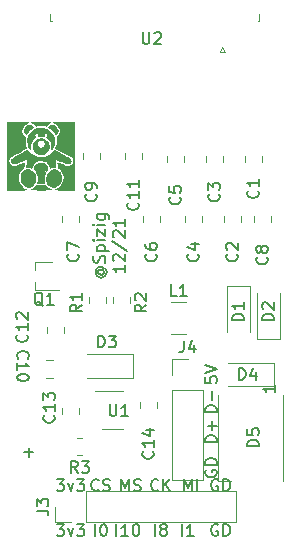
<source format=gbr>
%TF.GenerationSoftware,KiCad,Pcbnew,(5.1.10)-1*%
%TF.CreationDate,2021-11-28T18:03:10+01:00*%
%TF.ProjectId,M5StampC3,4d355374-616d-4704-9333-2e6b69636164,rev?*%
%TF.SameCoordinates,Original*%
%TF.FileFunction,Legend,Top*%
%TF.FilePolarity,Positive*%
%FSLAX46Y46*%
G04 Gerber Fmt 4.6, Leading zero omitted, Abs format (unit mm)*
G04 Created by KiCad (PCBNEW (5.1.10)-1) date 2021-11-28 18:03:10*
%MOMM*%
%LPD*%
G01*
G04 APERTURE LIST*
%ADD10C,0.150000*%
%ADD11C,0.010000*%
%ADD12C,0.120000*%
G04 APERTURE END LIST*
D10*
X131841904Y-80018000D02*
X131746666Y-79970380D01*
X131603809Y-79970380D01*
X131460952Y-80018000D01*
X131365714Y-80113238D01*
X131318095Y-80208476D01*
X131270476Y-80398952D01*
X131270476Y-80541809D01*
X131318095Y-80732285D01*
X131365714Y-80827523D01*
X131460952Y-80922761D01*
X131603809Y-80970380D01*
X131699047Y-80970380D01*
X131841904Y-80922761D01*
X131889523Y-80875142D01*
X131889523Y-80541809D01*
X131699047Y-80541809D01*
X132318095Y-80970380D02*
X132318095Y-79970380D01*
X132556190Y-79970380D01*
X132699047Y-80018000D01*
X132794285Y-80113238D01*
X132841904Y-80208476D01*
X132889523Y-80398952D01*
X132889523Y-80541809D01*
X132841904Y-80732285D01*
X132794285Y-80827523D01*
X132699047Y-80922761D01*
X132556190Y-80970380D01*
X132318095Y-80970380D01*
X128968571Y-80970380D02*
X128968571Y-79970380D01*
X129301904Y-80684666D01*
X129635238Y-79970380D01*
X129635238Y-80970380D01*
X130111428Y-80970380D02*
X130111428Y-79970380D01*
X126809523Y-80875142D02*
X126761904Y-80922761D01*
X126619047Y-80970380D01*
X126523809Y-80970380D01*
X126380952Y-80922761D01*
X126285714Y-80827523D01*
X126238095Y-80732285D01*
X126190476Y-80541809D01*
X126190476Y-80398952D01*
X126238095Y-80208476D01*
X126285714Y-80113238D01*
X126380952Y-80018000D01*
X126523809Y-79970380D01*
X126619047Y-79970380D01*
X126761904Y-80018000D01*
X126809523Y-80065619D01*
X127238095Y-80970380D02*
X127238095Y-79970380D01*
X127809523Y-80970380D02*
X127380952Y-80398952D01*
X127809523Y-79970380D02*
X127238095Y-80541809D01*
X123650476Y-80970380D02*
X123650476Y-79970380D01*
X123983809Y-80684666D01*
X124317142Y-79970380D01*
X124317142Y-80970380D01*
X124745714Y-80922761D02*
X124888571Y-80970380D01*
X125126666Y-80970380D01*
X125221904Y-80922761D01*
X125269523Y-80875142D01*
X125317142Y-80779904D01*
X125317142Y-80684666D01*
X125269523Y-80589428D01*
X125221904Y-80541809D01*
X125126666Y-80494190D01*
X124936190Y-80446571D01*
X124840952Y-80398952D01*
X124793333Y-80351333D01*
X124745714Y-80256095D01*
X124745714Y-80160857D01*
X124793333Y-80065619D01*
X124840952Y-80018000D01*
X124936190Y-79970380D01*
X125174285Y-79970380D01*
X125317142Y-80018000D01*
X121753333Y-80875142D02*
X121705714Y-80922761D01*
X121562857Y-80970380D01*
X121467619Y-80970380D01*
X121324761Y-80922761D01*
X121229523Y-80827523D01*
X121181904Y-80732285D01*
X121134285Y-80541809D01*
X121134285Y-80398952D01*
X121181904Y-80208476D01*
X121229523Y-80113238D01*
X121324761Y-80018000D01*
X121467619Y-79970380D01*
X121562857Y-79970380D01*
X121705714Y-80018000D01*
X121753333Y-80065619D01*
X122134285Y-80922761D02*
X122277142Y-80970380D01*
X122515238Y-80970380D01*
X122610476Y-80922761D01*
X122658095Y-80875142D01*
X122705714Y-80779904D01*
X122705714Y-80684666D01*
X122658095Y-80589428D01*
X122610476Y-80541809D01*
X122515238Y-80494190D01*
X122324761Y-80446571D01*
X122229523Y-80398952D01*
X122181904Y-80351333D01*
X122134285Y-80256095D01*
X122134285Y-80160857D01*
X122181904Y-80065619D01*
X122229523Y-80018000D01*
X122324761Y-79970380D01*
X122562857Y-79970380D01*
X122705714Y-80018000D01*
X118189523Y-79970380D02*
X118808571Y-79970380D01*
X118475238Y-80351333D01*
X118618095Y-80351333D01*
X118713333Y-80398952D01*
X118760952Y-80446571D01*
X118808571Y-80541809D01*
X118808571Y-80779904D01*
X118760952Y-80875142D01*
X118713333Y-80922761D01*
X118618095Y-80970380D01*
X118332380Y-80970380D01*
X118237142Y-80922761D01*
X118189523Y-80875142D01*
X119141904Y-80303714D02*
X119380000Y-80970380D01*
X119618095Y-80303714D01*
X119903809Y-79970380D02*
X120522857Y-79970380D01*
X120189523Y-80351333D01*
X120332380Y-80351333D01*
X120427619Y-80398952D01*
X120475238Y-80446571D01*
X120522857Y-80541809D01*
X120522857Y-80779904D01*
X120475238Y-80875142D01*
X120427619Y-80922761D01*
X120332380Y-80970380D01*
X120046666Y-80970380D01*
X119951428Y-80922761D01*
X119903809Y-80875142D01*
X130818000Y-79232095D02*
X130770380Y-79327333D01*
X130770380Y-79470190D01*
X130818000Y-79613047D01*
X130913238Y-79708285D01*
X131008476Y-79755904D01*
X131198952Y-79803523D01*
X131341809Y-79803523D01*
X131532285Y-79755904D01*
X131627523Y-79708285D01*
X131722761Y-79613047D01*
X131770380Y-79470190D01*
X131770380Y-79374952D01*
X131722761Y-79232095D01*
X131675142Y-79184476D01*
X131341809Y-79184476D01*
X131341809Y-79374952D01*
X131770380Y-78755904D02*
X130770380Y-78755904D01*
X130770380Y-78517809D01*
X130818000Y-78374952D01*
X130913238Y-78279714D01*
X131008476Y-78232095D01*
X131198952Y-78184476D01*
X131341809Y-78184476D01*
X131532285Y-78232095D01*
X131627523Y-78279714D01*
X131722761Y-78374952D01*
X131770380Y-78517809D01*
X131770380Y-78755904D01*
X131770380Y-76826952D02*
X130770380Y-76826952D01*
X130770380Y-76588857D01*
X130818000Y-76446000D01*
X130913238Y-76350761D01*
X131008476Y-76303142D01*
X131198952Y-76255523D01*
X131341809Y-76255523D01*
X131532285Y-76303142D01*
X131627523Y-76350761D01*
X131722761Y-76446000D01*
X131770380Y-76588857D01*
X131770380Y-76826952D01*
X131389428Y-75826952D02*
X131389428Y-75065047D01*
X131770380Y-75446000D02*
X131008476Y-75446000D01*
X131770380Y-74286952D02*
X130770380Y-74286952D01*
X130770380Y-74048857D01*
X130818000Y-73906000D01*
X130913238Y-73810761D01*
X131008476Y-73763142D01*
X131198952Y-73715523D01*
X131341809Y-73715523D01*
X131532285Y-73763142D01*
X131627523Y-73810761D01*
X131722761Y-73906000D01*
X131770380Y-74048857D01*
X131770380Y-74286952D01*
X131389428Y-73286952D02*
X131389428Y-72525047D01*
X130770380Y-71310476D02*
X130770380Y-71786666D01*
X131246571Y-71834285D01*
X131198952Y-71786666D01*
X131151333Y-71691428D01*
X131151333Y-71453333D01*
X131198952Y-71358095D01*
X131246571Y-71310476D01*
X131341809Y-71262857D01*
X131579904Y-71262857D01*
X131675142Y-71310476D01*
X131722761Y-71358095D01*
X131770380Y-71453333D01*
X131770380Y-71691428D01*
X131722761Y-71786666D01*
X131675142Y-71834285D01*
X130770380Y-70977142D02*
X131770380Y-70643809D01*
X130770380Y-70310476D01*
X131841904Y-83828000D02*
X131746666Y-83780380D01*
X131603809Y-83780380D01*
X131460952Y-83828000D01*
X131365714Y-83923238D01*
X131318095Y-84018476D01*
X131270476Y-84208952D01*
X131270476Y-84351809D01*
X131318095Y-84542285D01*
X131365714Y-84637523D01*
X131460952Y-84732761D01*
X131603809Y-84780380D01*
X131699047Y-84780380D01*
X131841904Y-84732761D01*
X131889523Y-84685142D01*
X131889523Y-84351809D01*
X131699047Y-84351809D01*
X132318095Y-84780380D02*
X132318095Y-83780380D01*
X132556190Y-83780380D01*
X132699047Y-83828000D01*
X132794285Y-83923238D01*
X132841904Y-84018476D01*
X132889523Y-84208952D01*
X132889523Y-84351809D01*
X132841904Y-84542285D01*
X132794285Y-84637523D01*
X132699047Y-84732761D01*
X132556190Y-84780380D01*
X132318095Y-84780380D01*
X128809809Y-84780380D02*
X128809809Y-83780380D01*
X129809809Y-84780380D02*
X129238380Y-84780380D01*
X129524095Y-84780380D02*
X129524095Y-83780380D01*
X129428857Y-83923238D01*
X129333619Y-84018476D01*
X129238380Y-84066095D01*
X126523809Y-84780380D02*
X126523809Y-83780380D01*
X127142857Y-84208952D02*
X127047619Y-84161333D01*
X127000000Y-84113714D01*
X126952380Y-84018476D01*
X126952380Y-83970857D01*
X127000000Y-83875619D01*
X127047619Y-83828000D01*
X127142857Y-83780380D01*
X127333333Y-83780380D01*
X127428571Y-83828000D01*
X127476190Y-83875619D01*
X127523809Y-83970857D01*
X127523809Y-84018476D01*
X127476190Y-84113714D01*
X127428571Y-84161333D01*
X127333333Y-84208952D01*
X127142857Y-84208952D01*
X127047619Y-84256571D01*
X127000000Y-84304190D01*
X126952380Y-84399428D01*
X126952380Y-84589904D01*
X127000000Y-84685142D01*
X127047619Y-84732761D01*
X127142857Y-84780380D01*
X127333333Y-84780380D01*
X127428571Y-84732761D01*
X127476190Y-84685142D01*
X127523809Y-84589904D01*
X127523809Y-84399428D01*
X127476190Y-84304190D01*
X127428571Y-84256571D01*
X127333333Y-84208952D01*
X123253619Y-84780380D02*
X123253619Y-83780380D01*
X124253619Y-84780380D02*
X123682190Y-84780380D01*
X123967904Y-84780380D02*
X123967904Y-83780380D01*
X123872666Y-83923238D01*
X123777428Y-84018476D01*
X123682190Y-84066095D01*
X124872666Y-83780380D02*
X124967904Y-83780380D01*
X125063142Y-83828000D01*
X125110761Y-83875619D01*
X125158380Y-83970857D01*
X125206000Y-84161333D01*
X125206000Y-84399428D01*
X125158380Y-84589904D01*
X125110761Y-84685142D01*
X125063142Y-84732761D01*
X124967904Y-84780380D01*
X124872666Y-84780380D01*
X124777428Y-84732761D01*
X124729809Y-84685142D01*
X124682190Y-84589904D01*
X124634571Y-84399428D01*
X124634571Y-84161333D01*
X124682190Y-83970857D01*
X124729809Y-83875619D01*
X124777428Y-83828000D01*
X124872666Y-83780380D01*
X121443809Y-84780380D02*
X121443809Y-83780380D01*
X122110476Y-83780380D02*
X122205714Y-83780380D01*
X122300952Y-83828000D01*
X122348571Y-83875619D01*
X122396190Y-83970857D01*
X122443809Y-84161333D01*
X122443809Y-84399428D01*
X122396190Y-84589904D01*
X122348571Y-84685142D01*
X122300952Y-84732761D01*
X122205714Y-84780380D01*
X122110476Y-84780380D01*
X122015238Y-84732761D01*
X121967619Y-84685142D01*
X121920000Y-84589904D01*
X121872380Y-84399428D01*
X121872380Y-84161333D01*
X121920000Y-83970857D01*
X121967619Y-83875619D01*
X122015238Y-83828000D01*
X122110476Y-83780380D01*
X118189523Y-83780380D02*
X118808571Y-83780380D01*
X118475238Y-84161333D01*
X118618095Y-84161333D01*
X118713333Y-84208952D01*
X118760952Y-84256571D01*
X118808571Y-84351809D01*
X118808571Y-84589904D01*
X118760952Y-84685142D01*
X118713333Y-84732761D01*
X118618095Y-84780380D01*
X118332380Y-84780380D01*
X118237142Y-84732761D01*
X118189523Y-84685142D01*
X119141904Y-84113714D02*
X119380000Y-84780380D01*
X119618095Y-84113714D01*
X119903809Y-83780380D02*
X120522857Y-83780380D01*
X120189523Y-84161333D01*
X120332380Y-84161333D01*
X120427619Y-84208952D01*
X120475238Y-84256571D01*
X120522857Y-84351809D01*
X120522857Y-84589904D01*
X120475238Y-84685142D01*
X120427619Y-84732761D01*
X120332380Y-84780380D01*
X120046666Y-84780380D01*
X119951428Y-84732761D01*
X119903809Y-84685142D01*
X121833190Y-62245619D02*
X121785571Y-62293238D01*
X121737952Y-62388476D01*
X121737952Y-62483714D01*
X121785571Y-62578952D01*
X121833190Y-62626571D01*
X121928428Y-62674190D01*
X122023666Y-62674190D01*
X122118904Y-62626571D01*
X122166523Y-62578952D01*
X122214142Y-62483714D01*
X122214142Y-62388476D01*
X122166523Y-62293238D01*
X122118904Y-62245619D01*
X121737952Y-62245619D02*
X122118904Y-62245619D01*
X122166523Y-62198000D01*
X122166523Y-62150380D01*
X122118904Y-62055142D01*
X122023666Y-62007523D01*
X121785571Y-62007523D01*
X121642714Y-62102761D01*
X121547476Y-62245619D01*
X121499857Y-62436095D01*
X121547476Y-62626571D01*
X121642714Y-62769428D01*
X121785571Y-62864666D01*
X121976047Y-62912285D01*
X122166523Y-62864666D01*
X122309380Y-62769428D01*
X122404619Y-62626571D01*
X122452238Y-62436095D01*
X122404619Y-62245619D01*
X122309380Y-62102761D01*
X122261761Y-61626571D02*
X122309380Y-61483714D01*
X122309380Y-61245619D01*
X122261761Y-61150380D01*
X122214142Y-61102761D01*
X122118904Y-61055142D01*
X122023666Y-61055142D01*
X121928428Y-61102761D01*
X121880809Y-61150380D01*
X121833190Y-61245619D01*
X121785571Y-61436095D01*
X121737952Y-61531333D01*
X121690333Y-61578952D01*
X121595095Y-61626571D01*
X121499857Y-61626571D01*
X121404619Y-61578952D01*
X121357000Y-61531333D01*
X121309380Y-61436095D01*
X121309380Y-61198000D01*
X121357000Y-61055142D01*
X121642714Y-60626571D02*
X122642714Y-60626571D01*
X121690333Y-60626571D02*
X121642714Y-60531333D01*
X121642714Y-60340857D01*
X121690333Y-60245619D01*
X121737952Y-60198000D01*
X121833190Y-60150380D01*
X122118904Y-60150380D01*
X122214142Y-60198000D01*
X122261761Y-60245619D01*
X122309380Y-60340857D01*
X122309380Y-60531333D01*
X122261761Y-60626571D01*
X122309380Y-59721809D02*
X121642714Y-59721809D01*
X121309380Y-59721809D02*
X121357000Y-59769428D01*
X121404619Y-59721809D01*
X121357000Y-59674190D01*
X121309380Y-59721809D01*
X121404619Y-59721809D01*
X121642714Y-59340857D02*
X121642714Y-58817047D01*
X122309380Y-59340857D01*
X122309380Y-58817047D01*
X122309380Y-58436095D02*
X121642714Y-58436095D01*
X121309380Y-58436095D02*
X121357000Y-58483714D01*
X121404619Y-58436095D01*
X121357000Y-58388476D01*
X121309380Y-58436095D01*
X121404619Y-58436095D01*
X121642714Y-57531333D02*
X122452238Y-57531333D01*
X122547476Y-57578952D01*
X122595095Y-57626571D01*
X122642714Y-57721809D01*
X122642714Y-57864666D01*
X122595095Y-57959904D01*
X122261761Y-57531333D02*
X122309380Y-57626571D01*
X122309380Y-57817047D01*
X122261761Y-57912285D01*
X122214142Y-57959904D01*
X122118904Y-58007523D01*
X121833190Y-58007523D01*
X121737952Y-57959904D01*
X121690333Y-57912285D01*
X121642714Y-57817047D01*
X121642714Y-57626571D01*
X121690333Y-57531333D01*
X123959380Y-61864666D02*
X123959380Y-62436095D01*
X123959380Y-62150380D02*
X122959380Y-62150380D01*
X123102238Y-62245619D01*
X123197476Y-62340857D01*
X123245095Y-62436095D01*
X123054619Y-61483714D02*
X123007000Y-61436095D01*
X122959380Y-61340857D01*
X122959380Y-61102761D01*
X123007000Y-61007523D01*
X123054619Y-60959904D01*
X123149857Y-60912285D01*
X123245095Y-60912285D01*
X123387952Y-60959904D01*
X123959380Y-61531333D01*
X123959380Y-60912285D01*
X122911761Y-59769428D02*
X124197476Y-60626571D01*
X123054619Y-59483714D02*
X123007000Y-59436095D01*
X122959380Y-59340857D01*
X122959380Y-59102761D01*
X123007000Y-59007523D01*
X123054619Y-58959904D01*
X123149857Y-58912285D01*
X123245095Y-58912285D01*
X123387952Y-58959904D01*
X123959380Y-59531333D01*
X123959380Y-58912285D01*
X123959380Y-57959904D02*
X123959380Y-58531333D01*
X123959380Y-58245619D02*
X122959380Y-58245619D01*
X123102238Y-58340857D01*
X123197476Y-58436095D01*
X123245095Y-58531333D01*
X116204952Y-77692571D02*
X115443047Y-77692571D01*
X115824000Y-77311619D02*
X115824000Y-78073523D01*
D11*
%TO.C,G\u002A\u002A\u002A*%
G36*
X116852700Y-49736498D02*
G01*
X117056201Y-49737268D01*
X117239798Y-49738986D01*
X117398280Y-49741522D01*
X117526434Y-49744746D01*
X117619049Y-49748531D01*
X117670915Y-49752746D01*
X117678035Y-49756932D01*
X117522935Y-49824770D01*
X117388704Y-49922991D01*
X117358149Y-49953779D01*
X117305921Y-50005792D01*
X117267201Y-50024943D01*
X117224102Y-50018309D01*
X117208877Y-50012819D01*
X117095786Y-49985008D01*
X116951351Y-49971033D01*
X116793023Y-49970601D01*
X116638253Y-49983422D01*
X116504492Y-50009203D01*
X116454540Y-50025443D01*
X116408531Y-50019948D01*
X116369362Y-49976939D01*
X116300278Y-49903785D01*
X116195996Y-49832860D01*
X116071523Y-49774144D01*
X116055590Y-49768266D01*
X116037083Y-49759505D01*
X116038318Y-49752431D01*
X116063341Y-49746883D01*
X116116194Y-49742700D01*
X116200925Y-49739721D01*
X116321576Y-49737785D01*
X116482192Y-49736731D01*
X116686819Y-49736396D01*
X116852700Y-49736498D01*
G37*
X116852700Y-49736498D02*
X117056201Y-49737268D01*
X117239798Y-49738986D01*
X117398280Y-49741522D01*
X117526434Y-49744746D01*
X117619049Y-49748531D01*
X117670915Y-49752746D01*
X117678035Y-49756932D01*
X117522935Y-49824770D01*
X117388704Y-49922991D01*
X117358149Y-49953779D01*
X117305921Y-50005792D01*
X117267201Y-50024943D01*
X117224102Y-50018309D01*
X117208877Y-50012819D01*
X117095786Y-49985008D01*
X116951351Y-49971033D01*
X116793023Y-49970601D01*
X116638253Y-49983422D01*
X116504492Y-50009203D01*
X116454540Y-50025443D01*
X116408531Y-50019948D01*
X116369362Y-49976939D01*
X116300278Y-49903785D01*
X116195996Y-49832860D01*
X116071523Y-49774144D01*
X116055590Y-49768266D01*
X116037083Y-49759505D01*
X116038318Y-49752431D01*
X116063341Y-49746883D01*
X116116194Y-49742700D01*
X116200925Y-49739721D01*
X116321576Y-49737785D01*
X116482192Y-49736731D01*
X116686819Y-49736396D01*
X116852700Y-49736498D01*
G36*
X117933804Y-49992434D02*
G01*
X117962257Y-50007806D01*
X118079712Y-50098323D01*
X118178207Y-50207985D01*
X118249465Y-50324981D01*
X118285208Y-50437501D01*
X118287800Y-50472336D01*
X118270903Y-50540542D01*
X118229031Y-50620551D01*
X118175413Y-50690681D01*
X118133893Y-50724606D01*
X118100079Y-50734044D01*
X118071689Y-50713337D01*
X118037000Y-50653872D01*
X118036610Y-50653108D01*
X117968532Y-50546714D01*
X117871345Y-50429063D01*
X117759226Y-50315490D01*
X117646350Y-50221331D01*
X117621053Y-50203548D01*
X117496562Y-50119711D01*
X117586430Y-50051166D01*
X117703448Y-49986869D01*
X117822396Y-49966927D01*
X117933804Y-49992434D01*
G37*
X117933804Y-49992434D02*
X117962257Y-50007806D01*
X118079712Y-50098323D01*
X118178207Y-50207985D01*
X118249465Y-50324981D01*
X118285208Y-50437501D01*
X118287800Y-50472336D01*
X118270903Y-50540542D01*
X118229031Y-50620551D01*
X118175413Y-50690681D01*
X118133893Y-50724606D01*
X118100079Y-50734044D01*
X118071689Y-50713337D01*
X118037000Y-50653872D01*
X118036610Y-50653108D01*
X117968532Y-50546714D01*
X117871345Y-50429063D01*
X117759226Y-50315490D01*
X117646350Y-50221331D01*
X117621053Y-50203548D01*
X117496562Y-50119711D01*
X117586430Y-50051166D01*
X117703448Y-49986869D01*
X117822396Y-49966927D01*
X117933804Y-49992434D01*
G36*
X115969123Y-49976722D02*
G01*
X116088863Y-50029947D01*
X116118969Y-50051166D01*
X116208837Y-50119711D01*
X116084346Y-50203548D01*
X115973687Y-50290591D01*
X115860344Y-50400633D01*
X115758470Y-50518373D01*
X115682216Y-50628509D01*
X115669037Y-50652623D01*
X115635705Y-50711863D01*
X115610504Y-50745952D01*
X115605074Y-50749200D01*
X115580265Y-50732321D01*
X115535517Y-50689959D01*
X115516430Y-50670035D01*
X115465309Y-50604545D01*
X115430889Y-50540989D01*
X115426708Y-50528034D01*
X115425621Y-50428159D01*
X115463256Y-50315507D01*
X115533229Y-50200664D01*
X115629152Y-50094213D01*
X115739246Y-50010037D01*
X115849917Y-49969796D01*
X115969123Y-49976722D01*
G37*
X115969123Y-49976722D02*
X116088863Y-50029947D01*
X116118969Y-50051166D01*
X116208837Y-50119711D01*
X116084346Y-50203548D01*
X115973687Y-50290591D01*
X115860344Y-50400633D01*
X115758470Y-50518373D01*
X115682216Y-50628509D01*
X115669037Y-50652623D01*
X115635705Y-50711863D01*
X115610504Y-50745952D01*
X115605074Y-50749200D01*
X115580265Y-50732321D01*
X115535517Y-50689959D01*
X115516430Y-50670035D01*
X115465309Y-50604545D01*
X115430889Y-50540989D01*
X115426708Y-50528034D01*
X115425621Y-50428159D01*
X115463256Y-50315507D01*
X115533229Y-50200664D01*
X115629152Y-50094213D01*
X115739246Y-50010037D01*
X115849917Y-49969796D01*
X115969123Y-49976722D01*
G36*
X117023257Y-50205015D02*
G01*
X117074174Y-50214304D01*
X117298543Y-50284889D01*
X117496681Y-50394539D01*
X117665703Y-50537485D01*
X117802726Y-50707959D01*
X117904866Y-50900192D01*
X117969239Y-51108413D01*
X117992960Y-51326854D01*
X117973146Y-51549746D01*
X117906912Y-51771320D01*
X117881308Y-51828891D01*
X117827540Y-51936837D01*
X117789431Y-51998322D01*
X117764376Y-52012473D01*
X117749770Y-51978417D01*
X117743008Y-51895283D01*
X117741478Y-51782042D01*
X117739745Y-51656574D01*
X117733244Y-51567458D01*
X117719635Y-51500305D01*
X117696580Y-51440727D01*
X117680948Y-51409600D01*
X117584594Y-51253140D01*
X117479638Y-51129038D01*
X117387126Y-51054634D01*
X117301187Y-51001521D01*
X117362693Y-50940015D01*
X117405307Y-50882500D01*
X117424150Y-50827582D01*
X117424200Y-50825400D01*
X117404368Y-50766625D01*
X117356203Y-50705811D01*
X117296698Y-50660626D01*
X117253206Y-50647600D01*
X117173012Y-50670307D01*
X117115350Y-50729172D01*
X117094000Y-50807790D01*
X117094000Y-50888900D01*
X116611400Y-50888900D01*
X116611400Y-50807790D01*
X116588831Y-50727101D01*
X116530328Y-50669082D01*
X116452193Y-50647600D01*
X116395669Y-50668220D01*
X116337182Y-50718302D01*
X116293728Y-50780176D01*
X116281200Y-50825400D01*
X116298457Y-50879453D01*
X116340236Y-50937502D01*
X116342706Y-50940015D01*
X116404212Y-51001521D01*
X116318273Y-51054634D01*
X116212327Y-51142572D01*
X116108017Y-51271284D01*
X116024451Y-51409600D01*
X115995986Y-51470397D01*
X115978022Y-51531589D01*
X115968254Y-51607443D01*
X115964376Y-51712227D01*
X115963921Y-51784221D01*
X115963285Y-51892285D01*
X115961744Y-51978442D01*
X115959550Y-52032068D01*
X115957710Y-52044571D01*
X115941522Y-52025504D01*
X115907392Y-51977183D01*
X115887583Y-51947682D01*
X115795088Y-51765742D01*
X115736823Y-51558882D01*
X115714462Y-51341182D01*
X115729681Y-51126718D01*
X115770685Y-50965100D01*
X115870019Y-50755160D01*
X116006637Y-50572814D01*
X116174091Y-50421777D01*
X116365929Y-50305763D01*
X116575703Y-50228488D01*
X116796962Y-50193667D01*
X117023257Y-50205015D01*
G37*
X117023257Y-50205015D02*
X117074174Y-50214304D01*
X117298543Y-50284889D01*
X117496681Y-50394539D01*
X117665703Y-50537485D01*
X117802726Y-50707959D01*
X117904866Y-50900192D01*
X117969239Y-51108413D01*
X117992960Y-51326854D01*
X117973146Y-51549746D01*
X117906912Y-51771320D01*
X117881308Y-51828891D01*
X117827540Y-51936837D01*
X117789431Y-51998322D01*
X117764376Y-52012473D01*
X117749770Y-51978417D01*
X117743008Y-51895283D01*
X117741478Y-51782042D01*
X117739745Y-51656574D01*
X117733244Y-51567458D01*
X117719635Y-51500305D01*
X117696580Y-51440727D01*
X117680948Y-51409600D01*
X117584594Y-51253140D01*
X117479638Y-51129038D01*
X117387126Y-51054634D01*
X117301187Y-51001521D01*
X117362693Y-50940015D01*
X117405307Y-50882500D01*
X117424150Y-50827582D01*
X117424200Y-50825400D01*
X117404368Y-50766625D01*
X117356203Y-50705811D01*
X117296698Y-50660626D01*
X117253206Y-50647600D01*
X117173012Y-50670307D01*
X117115350Y-50729172D01*
X117094000Y-50807790D01*
X117094000Y-50888900D01*
X116611400Y-50888900D01*
X116611400Y-50807790D01*
X116588831Y-50727101D01*
X116530328Y-50669082D01*
X116452193Y-50647600D01*
X116395669Y-50668220D01*
X116337182Y-50718302D01*
X116293728Y-50780176D01*
X116281200Y-50825400D01*
X116298457Y-50879453D01*
X116340236Y-50937502D01*
X116342706Y-50940015D01*
X116404212Y-51001521D01*
X116318273Y-51054634D01*
X116212327Y-51142572D01*
X116108017Y-51271284D01*
X116024451Y-51409600D01*
X115995986Y-51470397D01*
X115978022Y-51531589D01*
X115968254Y-51607443D01*
X115964376Y-51712227D01*
X115963921Y-51784221D01*
X115963285Y-51892285D01*
X115961744Y-51978442D01*
X115959550Y-52032068D01*
X115957710Y-52044571D01*
X115941522Y-52025504D01*
X115907392Y-51977183D01*
X115887583Y-51947682D01*
X115795088Y-51765742D01*
X115736823Y-51558882D01*
X115714462Y-51341182D01*
X115729681Y-51126718D01*
X115770685Y-50965100D01*
X115870019Y-50755160D01*
X116006637Y-50572814D01*
X116174091Y-50421777D01*
X116365929Y-50305763D01*
X116575703Y-50228488D01*
X116796962Y-50193667D01*
X117023257Y-50205015D01*
G36*
X117013893Y-51129177D02*
G01*
X117142828Y-51165445D01*
X117254088Y-51232995D01*
X117338911Y-51312124D01*
X117442522Y-51454739D01*
X117509020Y-51617014D01*
X117536046Y-51787381D01*
X117521239Y-51954274D01*
X117489764Y-52051515D01*
X117419592Y-52170251D01*
X117319347Y-52285327D01*
X117206574Y-52377936D01*
X117159232Y-52405845D01*
X117066059Y-52438593D01*
X116946734Y-52460691D01*
X116821786Y-52470144D01*
X116711744Y-52464955D01*
X116662035Y-52454188D01*
X116501775Y-52377363D01*
X116360998Y-52263139D01*
X116252005Y-52122612D01*
X116215635Y-52051515D01*
X116173533Y-51892649D01*
X116174736Y-51723092D01*
X116216884Y-51554411D01*
X116228726Y-51531493D01*
X116514078Y-51531493D01*
X116514147Y-51592905D01*
X116535983Y-51669121D01*
X116599404Y-51779878D01*
X116696101Y-51855656D01*
X116817694Y-51890551D01*
X116852700Y-51892200D01*
X116980109Y-51868376D01*
X117045793Y-51834221D01*
X117130152Y-51748322D01*
X117169416Y-51669121D01*
X117191321Y-51592506D01*
X117191252Y-51531094D01*
X117169416Y-51454878D01*
X117109237Y-51347937D01*
X117022134Y-51275502D01*
X116918464Y-51237571D01*
X116808587Y-51234146D01*
X116702860Y-51265225D01*
X116611643Y-51330810D01*
X116545294Y-51430899D01*
X116535983Y-51454878D01*
X116514078Y-51531493D01*
X116228726Y-51531493D01*
X116297617Y-51398173D01*
X116366488Y-51312124D01*
X116474093Y-51215811D01*
X116587875Y-51155362D01*
X116722417Y-51124965D01*
X116852700Y-51118379D01*
X117013893Y-51129177D01*
G37*
X117013893Y-51129177D02*
X117142828Y-51165445D01*
X117254088Y-51232995D01*
X117338911Y-51312124D01*
X117442522Y-51454739D01*
X117509020Y-51617014D01*
X117536046Y-51787381D01*
X117521239Y-51954274D01*
X117489764Y-52051515D01*
X117419592Y-52170251D01*
X117319347Y-52285327D01*
X117206574Y-52377936D01*
X117159232Y-52405845D01*
X117066059Y-52438593D01*
X116946734Y-52460691D01*
X116821786Y-52470144D01*
X116711744Y-52464955D01*
X116662035Y-52454188D01*
X116501775Y-52377363D01*
X116360998Y-52263139D01*
X116252005Y-52122612D01*
X116215635Y-52051515D01*
X116173533Y-51892649D01*
X116174736Y-51723092D01*
X116216884Y-51554411D01*
X116228726Y-51531493D01*
X116514078Y-51531493D01*
X116514147Y-51592905D01*
X116535983Y-51669121D01*
X116599404Y-51779878D01*
X116696101Y-51855656D01*
X116817694Y-51890551D01*
X116852700Y-51892200D01*
X116980109Y-51868376D01*
X117045793Y-51834221D01*
X117130152Y-51748322D01*
X117169416Y-51669121D01*
X117191321Y-51592506D01*
X117191252Y-51531094D01*
X117169416Y-51454878D01*
X117109237Y-51347937D01*
X117022134Y-51275502D01*
X116918464Y-51237571D01*
X116808587Y-51234146D01*
X116702860Y-51265225D01*
X116611643Y-51330810D01*
X116545294Y-51430899D01*
X116535983Y-51454878D01*
X116514078Y-51531493D01*
X116228726Y-51531493D01*
X116297617Y-51398173D01*
X116366488Y-51312124D01*
X116474093Y-51215811D01*
X116587875Y-51155362D01*
X116722417Y-51124965D01*
X116852700Y-51118379D01*
X117013893Y-51129177D01*
G36*
X115890568Y-52291935D02*
G01*
X116047052Y-52431246D01*
X116201551Y-52533542D01*
X116371449Y-52608769D01*
X116524670Y-52654755D01*
X116715906Y-52693075D01*
X116888992Y-52701648D01*
X117066956Y-52680473D01*
X117180729Y-52654755D01*
X117375085Y-52593425D01*
X117540448Y-52512589D01*
X117694271Y-52402271D01*
X117814177Y-52292589D01*
X117889384Y-52219061D01*
X117949844Y-52161252D01*
X117987376Y-52126913D01*
X117995478Y-52120800D01*
X118018930Y-52132161D01*
X118081412Y-52164204D01*
X118177046Y-52213865D01*
X118299954Y-52278080D01*
X118444255Y-52353786D01*
X118604073Y-52437919D01*
X118608800Y-52440412D01*
X118821634Y-52553816D01*
X118992820Y-52648267D01*
X119126447Y-52726921D01*
X119226601Y-52792933D01*
X119297373Y-52849460D01*
X119342850Y-52899656D01*
X119367120Y-52946679D01*
X119374272Y-52993684D01*
X119371180Y-53028906D01*
X119344686Y-53109230D01*
X119301136Y-53177728D01*
X119300378Y-53178542D01*
X119258328Y-53213561D01*
X119207744Y-53233066D01*
X119142409Y-53235996D01*
X119056105Y-53221291D01*
X118942616Y-53187891D01*
X118795726Y-53134735D01*
X118609216Y-53060763D01*
X118608814Y-53060600D01*
X118466741Y-53004002D01*
X118337824Y-52954844D01*
X118230600Y-52916208D01*
X118153607Y-52891174D01*
X118116277Y-52882800D01*
X118070702Y-52891746D01*
X118041828Y-52923016D01*
X118028276Y-52983260D01*
X118028669Y-53079125D01*
X118041628Y-53217259D01*
X118043564Y-53233670D01*
X118055402Y-53342876D01*
X118062763Y-53431972D01*
X118064864Y-53489814D01*
X118062703Y-53505829D01*
X118032110Y-53513251D01*
X117969869Y-53517449D01*
X117943860Y-53517800D01*
X117845961Y-53527121D01*
X117746480Y-53549958D01*
X117734646Y-53553907D01*
X117632306Y-53590015D01*
X117616843Y-53507592D01*
X117572553Y-53385245D01*
X117490649Y-53259619D01*
X117381922Y-53142855D01*
X117257162Y-53047089D01*
X117164003Y-52998180D01*
X116982489Y-52947775D01*
X116797578Y-52942222D01*
X116617340Y-52977988D01*
X116449848Y-53051543D01*
X116303171Y-53159354D01*
X116185380Y-53297890D01*
X116105278Y-53461450D01*
X116063389Y-53585188D01*
X115975444Y-53553426D01*
X115896361Y-53534085D01*
X115797640Y-53521753D01*
X115753849Y-53519732D01*
X115620199Y-53517800D01*
X115633913Y-53422550D01*
X115658640Y-53243803D01*
X115674104Y-53109037D01*
X115679801Y-53012192D01*
X115675229Y-52947211D01*
X115659885Y-52908033D01*
X115633267Y-52888602D01*
X115594871Y-52882857D01*
X115589122Y-52882800D01*
X115548676Y-52892090D01*
X115469904Y-52917905D01*
X115361344Y-52957164D01*
X115231534Y-53006783D01*
X115096585Y-53060600D01*
X114909993Y-53134612D01*
X114763032Y-53187807D01*
X114649485Y-53221245D01*
X114563135Y-53235985D01*
X114497765Y-53233088D01*
X114447158Y-53213614D01*
X114405098Y-53178624D01*
X114405021Y-53178542D01*
X114361342Y-53110559D01*
X114334420Y-53030120D01*
X114334219Y-53028906D01*
X114331579Y-52979972D01*
X114342988Y-52933396D01*
X114372535Y-52886044D01*
X114424309Y-52834785D01*
X114502398Y-52776484D01*
X114610891Y-52708010D01*
X114753876Y-52626228D01*
X114935444Y-52528007D01*
X115103168Y-52439696D01*
X115715836Y-52119491D01*
X115890568Y-52291935D01*
G37*
X115890568Y-52291935D02*
X116047052Y-52431246D01*
X116201551Y-52533542D01*
X116371449Y-52608769D01*
X116524670Y-52654755D01*
X116715906Y-52693075D01*
X116888992Y-52701648D01*
X117066956Y-52680473D01*
X117180729Y-52654755D01*
X117375085Y-52593425D01*
X117540448Y-52512589D01*
X117694271Y-52402271D01*
X117814177Y-52292589D01*
X117889384Y-52219061D01*
X117949844Y-52161252D01*
X117987376Y-52126913D01*
X117995478Y-52120800D01*
X118018930Y-52132161D01*
X118081412Y-52164204D01*
X118177046Y-52213865D01*
X118299954Y-52278080D01*
X118444255Y-52353786D01*
X118604073Y-52437919D01*
X118608800Y-52440412D01*
X118821634Y-52553816D01*
X118992820Y-52648267D01*
X119126447Y-52726921D01*
X119226601Y-52792933D01*
X119297373Y-52849460D01*
X119342850Y-52899656D01*
X119367120Y-52946679D01*
X119374272Y-52993684D01*
X119371180Y-53028906D01*
X119344686Y-53109230D01*
X119301136Y-53177728D01*
X119300378Y-53178542D01*
X119258328Y-53213561D01*
X119207744Y-53233066D01*
X119142409Y-53235996D01*
X119056105Y-53221291D01*
X118942616Y-53187891D01*
X118795726Y-53134735D01*
X118609216Y-53060763D01*
X118608814Y-53060600D01*
X118466741Y-53004002D01*
X118337824Y-52954844D01*
X118230600Y-52916208D01*
X118153607Y-52891174D01*
X118116277Y-52882800D01*
X118070702Y-52891746D01*
X118041828Y-52923016D01*
X118028276Y-52983260D01*
X118028669Y-53079125D01*
X118041628Y-53217259D01*
X118043564Y-53233670D01*
X118055402Y-53342876D01*
X118062763Y-53431972D01*
X118064864Y-53489814D01*
X118062703Y-53505829D01*
X118032110Y-53513251D01*
X117969869Y-53517449D01*
X117943860Y-53517800D01*
X117845961Y-53527121D01*
X117746480Y-53549958D01*
X117734646Y-53553907D01*
X117632306Y-53590015D01*
X117616843Y-53507592D01*
X117572553Y-53385245D01*
X117490649Y-53259619D01*
X117381922Y-53142855D01*
X117257162Y-53047089D01*
X117164003Y-52998180D01*
X116982489Y-52947775D01*
X116797578Y-52942222D01*
X116617340Y-52977988D01*
X116449848Y-53051543D01*
X116303171Y-53159354D01*
X116185380Y-53297890D01*
X116105278Y-53461450D01*
X116063389Y-53585188D01*
X115975444Y-53553426D01*
X115896361Y-53534085D01*
X115797640Y-53521753D01*
X115753849Y-53519732D01*
X115620199Y-53517800D01*
X115633913Y-53422550D01*
X115658640Y-53243803D01*
X115674104Y-53109037D01*
X115679801Y-53012192D01*
X115675229Y-52947211D01*
X115659885Y-52908033D01*
X115633267Y-52888602D01*
X115594871Y-52882857D01*
X115589122Y-52882800D01*
X115548676Y-52892090D01*
X115469904Y-52917905D01*
X115361344Y-52957164D01*
X115231534Y-53006783D01*
X115096585Y-53060600D01*
X114909993Y-53134612D01*
X114763032Y-53187807D01*
X114649485Y-53221245D01*
X114563135Y-53235985D01*
X114497765Y-53233088D01*
X114447158Y-53213614D01*
X114405098Y-53178624D01*
X114405021Y-53178542D01*
X114361342Y-53110559D01*
X114334420Y-53030120D01*
X114334219Y-53028906D01*
X114331579Y-52979972D01*
X114342988Y-52933396D01*
X114372535Y-52886044D01*
X114424309Y-52834785D01*
X114502398Y-52776484D01*
X114610891Y-52708010D01*
X114753876Y-52626228D01*
X114935444Y-52528007D01*
X115103168Y-52439696D01*
X115715836Y-52119491D01*
X115890568Y-52291935D01*
G36*
X116934043Y-53173731D02*
G01*
X117075514Y-53211797D01*
X117204418Y-53285859D01*
X117312685Y-53395916D01*
X117384812Y-53523334D01*
X117416790Y-53620314D01*
X117416292Y-53697518D01*
X117380312Y-53773945D01*
X117335850Y-53832968D01*
X117219643Y-54004318D01*
X117144157Y-54189259D01*
X117105168Y-54399286D01*
X117099629Y-54475261D01*
X117097165Y-54604426D01*
X117102609Y-54712903D01*
X117115198Y-54786428D01*
X117116545Y-54790529D01*
X117133973Y-54846837D01*
X117139081Y-54876940D01*
X117138564Y-54877971D01*
X117107910Y-54884635D01*
X117040542Y-54890760D01*
X116950542Y-54895776D01*
X116851996Y-54899111D01*
X116758988Y-54900193D01*
X116685603Y-54898452D01*
X116667320Y-54897086D01*
X116600156Y-54887958D01*
X116572719Y-54872917D01*
X116573991Y-54843737D01*
X116578420Y-54830729D01*
X116586830Y-54782642D01*
X116593317Y-54697381D01*
X116597069Y-54588562D01*
X116597647Y-54508400D01*
X116595620Y-54380782D01*
X116588964Y-54288256D01*
X116575036Y-54215153D01*
X116551189Y-54145802D01*
X116527246Y-54091243D01*
X116473885Y-53989632D01*
X116410319Y-53888155D01*
X116369549Y-53832968D01*
X116308593Y-53746695D01*
X116285095Y-53672141D01*
X116296049Y-53590307D01*
X116320587Y-53523334D01*
X116403861Y-53381422D01*
X116514913Y-53275506D01*
X116645674Y-53205585D01*
X116788073Y-53171660D01*
X116934043Y-53173731D01*
G37*
X116934043Y-53173731D02*
X117075514Y-53211797D01*
X117204418Y-53285859D01*
X117312685Y-53395916D01*
X117384812Y-53523334D01*
X117416790Y-53620314D01*
X117416292Y-53697518D01*
X117380312Y-53773945D01*
X117335850Y-53832968D01*
X117219643Y-54004318D01*
X117144157Y-54189259D01*
X117105168Y-54399286D01*
X117099629Y-54475261D01*
X117097165Y-54604426D01*
X117102609Y-54712903D01*
X117115198Y-54786428D01*
X117116545Y-54790529D01*
X117133973Y-54846837D01*
X117139081Y-54876940D01*
X117138564Y-54877971D01*
X117107910Y-54884635D01*
X117040542Y-54890760D01*
X116950542Y-54895776D01*
X116851996Y-54899111D01*
X116758988Y-54900193D01*
X116685603Y-54898452D01*
X116667320Y-54897086D01*
X116600156Y-54887958D01*
X116572719Y-54872917D01*
X116573991Y-54843737D01*
X116578420Y-54830729D01*
X116586830Y-54782642D01*
X116593317Y-54697381D01*
X116597069Y-54588562D01*
X116597647Y-54508400D01*
X116595620Y-54380782D01*
X116588964Y-54288256D01*
X116575036Y-54215153D01*
X116551189Y-54145802D01*
X116527246Y-54091243D01*
X116473885Y-53989632D01*
X116410319Y-53888155D01*
X116369549Y-53832968D01*
X116308593Y-53746695D01*
X116285095Y-53672141D01*
X116296049Y-53590307D01*
X116320587Y-53523334D01*
X116403861Y-53381422D01*
X116514913Y-53275506D01*
X116645674Y-53205585D01*
X116788073Y-53171660D01*
X116934043Y-53173731D01*
G36*
X118129613Y-53756793D02*
G01*
X118267425Y-53818031D01*
X118387233Y-53921281D01*
X118442796Y-53995885D01*
X118519447Y-54143935D01*
X118557749Y-54293767D01*
X118562352Y-54464533D01*
X118561144Y-54483409D01*
X118528769Y-54664535D01*
X118462297Y-54827619D01*
X118367661Y-54968168D01*
X118250794Y-55081693D01*
X118117629Y-55163702D01*
X117974097Y-55209705D01*
X117826132Y-55215211D01*
X117679666Y-55175730D01*
X117659191Y-55166146D01*
X117525177Y-55073316D01*
X117423206Y-54948382D01*
X117353997Y-54799232D01*
X117318269Y-54633754D01*
X117316740Y-54459836D01*
X117350131Y-54285368D01*
X117419159Y-54118237D01*
X117524544Y-53966333D01*
X117547543Y-53941097D01*
X117682761Y-53829720D01*
X117829819Y-53762181D01*
X117981257Y-53738024D01*
X118129613Y-53756793D01*
G37*
X118129613Y-53756793D02*
X118267425Y-53818031D01*
X118387233Y-53921281D01*
X118442796Y-53995885D01*
X118519447Y-54143935D01*
X118557749Y-54293767D01*
X118562352Y-54464533D01*
X118561144Y-54483409D01*
X118528769Y-54664535D01*
X118462297Y-54827619D01*
X118367661Y-54968168D01*
X118250794Y-55081693D01*
X118117629Y-55163702D01*
X117974097Y-55209705D01*
X117826132Y-55215211D01*
X117679666Y-55175730D01*
X117659191Y-55166146D01*
X117525177Y-55073316D01*
X117423206Y-54948382D01*
X117353997Y-54799232D01*
X117318269Y-54633754D01*
X117316740Y-54459836D01*
X117350131Y-54285368D01*
X117419159Y-54118237D01*
X117524544Y-53966333D01*
X117547543Y-53941097D01*
X117682761Y-53829720D01*
X117829819Y-53762181D01*
X117981257Y-53738024D01*
X118129613Y-53756793D01*
G36*
X115906498Y-53770165D02*
G01*
X116048799Y-53845973D01*
X116157856Y-53941097D01*
X116267768Y-54085291D01*
X116341941Y-54243329D01*
X116382118Y-54408646D01*
X116390043Y-54574675D01*
X116367460Y-54734849D01*
X116316111Y-54882601D01*
X116237741Y-55011365D01*
X116134093Y-55114575D01*
X116006911Y-55185663D01*
X115857938Y-55218063D01*
X115818465Y-55219351D01*
X115728960Y-55207634D01*
X115626992Y-55178087D01*
X115582700Y-55159837D01*
X115427840Y-55060461D01*
X115301548Y-54923754D01*
X115208782Y-54757370D01*
X115154504Y-54568959D01*
X115144255Y-54483409D01*
X115150379Y-54294083D01*
X115193244Y-54127349D01*
X115267217Y-53986220D01*
X115366663Y-53873711D01*
X115485948Y-53792837D01*
X115619439Y-53746612D01*
X115761500Y-53738050D01*
X115906498Y-53770165D01*
G37*
X115906498Y-53770165D02*
X116048799Y-53845973D01*
X116157856Y-53941097D01*
X116267768Y-54085291D01*
X116341941Y-54243329D01*
X116382118Y-54408646D01*
X116390043Y-54574675D01*
X116367460Y-54734849D01*
X116316111Y-54882601D01*
X116237741Y-55011365D01*
X116134093Y-55114575D01*
X116006911Y-55185663D01*
X115857938Y-55218063D01*
X115818465Y-55219351D01*
X115728960Y-55207634D01*
X115626992Y-55178087D01*
X115582700Y-55159837D01*
X115427840Y-55060461D01*
X115301548Y-54923754D01*
X115208782Y-54757370D01*
X115154504Y-54568959D01*
X115144255Y-54483409D01*
X115150379Y-54294083D01*
X115193244Y-54127349D01*
X115267217Y-53986220D01*
X115366663Y-53873711D01*
X115485948Y-53792837D01*
X115619439Y-53746612D01*
X115761500Y-53738050D01*
X115906498Y-53770165D01*
G36*
X119710200Y-55448200D02*
G01*
X118852950Y-55446500D01*
X118622026Y-55445845D01*
X118437792Y-55444763D01*
X118296137Y-55443062D01*
X118192951Y-55440551D01*
X118124124Y-55437035D01*
X118085545Y-55432323D01*
X118073105Y-55426221D01*
X118082692Y-55418538D01*
X118102734Y-55411350D01*
X118291548Y-55327816D01*
X118452920Y-55208017D01*
X118585063Y-55058824D01*
X118686194Y-54887106D01*
X118754526Y-54699736D01*
X118788275Y-54503584D01*
X118785655Y-54305520D01*
X118744882Y-54112416D01*
X118664169Y-53931142D01*
X118541732Y-53768569D01*
X118532147Y-53758671D01*
X118461302Y-53689636D01*
X118398497Y-53633655D01*
X118356864Y-53602407D01*
X118355717Y-53601780D01*
X118328504Y-53573745D01*
X118307717Y-53516811D01*
X118290367Y-53421607D01*
X118284767Y-53379226D01*
X118274103Y-53285399D01*
X118267804Y-53213617D01*
X118266921Y-53176493D01*
X118267649Y-53174125D01*
X118292447Y-53180708D01*
X118356052Y-53203577D01*
X118450312Y-53239640D01*
X118567073Y-53285807D01*
X118643400Y-53316608D01*
X118804738Y-53380265D01*
X118928905Y-53424387D01*
X119024460Y-53451558D01*
X119099963Y-53464365D01*
X119138700Y-53466231D01*
X119281433Y-53444174D01*
X119401849Y-53383750D01*
X119496534Y-53293342D01*
X119562079Y-53181330D01*
X119595070Y-53056096D01*
X119592096Y-52926019D01*
X119549745Y-52799482D01*
X119464605Y-52684865D01*
X119458992Y-52679434D01*
X119411631Y-52643831D01*
X119325811Y-52588944D01*
X119208258Y-52518703D01*
X119065700Y-52437035D01*
X118904865Y-52347866D01*
X118732480Y-52255126D01*
X118729632Y-52253618D01*
X118093801Y-51916867D01*
X118155715Y-51733083D01*
X118183393Y-51644913D01*
X118200481Y-51568864D01*
X118208647Y-51489064D01*
X118209558Y-51389638D01*
X118205195Y-51261925D01*
X118192761Y-50974551D01*
X118323691Y-50842825D01*
X118435285Y-50704605D01*
X118499891Y-50563154D01*
X118516400Y-50448755D01*
X118494800Y-50327467D01*
X118435456Y-50195400D01*
X118346549Y-50063489D01*
X118236260Y-49942667D01*
X118112771Y-49843870D01*
X118028011Y-49796039D01*
X117894100Y-49733696D01*
X119710200Y-49733200D01*
X119710200Y-55448200D01*
G37*
X119710200Y-55448200D02*
X118852950Y-55446500D01*
X118622026Y-55445845D01*
X118437792Y-55444763D01*
X118296137Y-55443062D01*
X118192951Y-55440551D01*
X118124124Y-55437035D01*
X118085545Y-55432323D01*
X118073105Y-55426221D01*
X118082692Y-55418538D01*
X118102734Y-55411350D01*
X118291548Y-55327816D01*
X118452920Y-55208017D01*
X118585063Y-55058824D01*
X118686194Y-54887106D01*
X118754526Y-54699736D01*
X118788275Y-54503584D01*
X118785655Y-54305520D01*
X118744882Y-54112416D01*
X118664169Y-53931142D01*
X118541732Y-53768569D01*
X118532147Y-53758671D01*
X118461302Y-53689636D01*
X118398497Y-53633655D01*
X118356864Y-53602407D01*
X118355717Y-53601780D01*
X118328504Y-53573745D01*
X118307717Y-53516811D01*
X118290367Y-53421607D01*
X118284767Y-53379226D01*
X118274103Y-53285399D01*
X118267804Y-53213617D01*
X118266921Y-53176493D01*
X118267649Y-53174125D01*
X118292447Y-53180708D01*
X118356052Y-53203577D01*
X118450312Y-53239640D01*
X118567073Y-53285807D01*
X118643400Y-53316608D01*
X118804738Y-53380265D01*
X118928905Y-53424387D01*
X119024460Y-53451558D01*
X119099963Y-53464365D01*
X119138700Y-53466231D01*
X119281433Y-53444174D01*
X119401849Y-53383750D01*
X119496534Y-53293342D01*
X119562079Y-53181330D01*
X119595070Y-53056096D01*
X119592096Y-52926019D01*
X119549745Y-52799482D01*
X119464605Y-52684865D01*
X119458992Y-52679434D01*
X119411631Y-52643831D01*
X119325811Y-52588944D01*
X119208258Y-52518703D01*
X119065700Y-52437035D01*
X118904865Y-52347866D01*
X118732480Y-52255126D01*
X118729632Y-52253618D01*
X118093801Y-51916867D01*
X118155715Y-51733083D01*
X118183393Y-51644913D01*
X118200481Y-51568864D01*
X118208647Y-51489064D01*
X118209558Y-51389638D01*
X118205195Y-51261925D01*
X118192761Y-50974551D01*
X118323691Y-50842825D01*
X118435285Y-50704605D01*
X118499891Y-50563154D01*
X118516400Y-50448755D01*
X118494800Y-50327467D01*
X118435456Y-50195400D01*
X118346549Y-50063489D01*
X118236260Y-49942667D01*
X118112771Y-49843870D01*
X118028011Y-49796039D01*
X117894100Y-49733696D01*
X119710200Y-49733200D01*
X119710200Y-55448200D01*
G36*
X117325219Y-55181399D02*
G01*
X117467991Y-55306985D01*
X117626225Y-55394818D01*
X117716300Y-55424366D01*
X117709365Y-55428550D01*
X117656632Y-55432406D01*
X117563103Y-55435826D01*
X117433778Y-55438702D01*
X117273659Y-55440927D01*
X117087747Y-55442393D01*
X116881044Y-55442991D01*
X116852700Y-55443000D01*
X116643644Y-55442523D01*
X116454725Y-55441165D01*
X116290944Y-55439033D01*
X116157302Y-55436236D01*
X116058801Y-55432881D01*
X116000441Y-55429076D01*
X115987224Y-55424929D01*
X115989100Y-55424366D01*
X116150215Y-55361155D01*
X116303241Y-55255612D01*
X116380180Y-55181399D01*
X116489577Y-55062717D01*
X117215822Y-55062717D01*
X117325219Y-55181399D01*
G37*
X117325219Y-55181399D02*
X117467991Y-55306985D01*
X117626225Y-55394818D01*
X117716300Y-55424366D01*
X117709365Y-55428550D01*
X117656632Y-55432406D01*
X117563103Y-55435826D01*
X117433778Y-55438702D01*
X117273659Y-55440927D01*
X117087747Y-55442393D01*
X116881044Y-55442991D01*
X116852700Y-55443000D01*
X116643644Y-55442523D01*
X116454725Y-55441165D01*
X116290944Y-55439033D01*
X116157302Y-55436236D01*
X116058801Y-55432881D01*
X116000441Y-55429076D01*
X115987224Y-55424929D01*
X115989100Y-55424366D01*
X116150215Y-55361155D01*
X116303241Y-55255612D01*
X116380180Y-55181399D01*
X116489577Y-55062717D01*
X117215822Y-55062717D01*
X117325219Y-55181399D01*
G36*
X115811300Y-49733696D02*
G01*
X115677388Y-49796039D01*
X115549669Y-49874311D01*
X115429750Y-49981824D01*
X115325812Y-50107643D01*
X115246039Y-50240834D01*
X115198610Y-50370463D01*
X115189000Y-50448755D01*
X115213978Y-50589811D01*
X115287573Y-50730969D01*
X115381708Y-50842825D01*
X115512638Y-50974551D01*
X115500204Y-51261925D01*
X115495745Y-51394817D01*
X115496947Y-51492953D01*
X115505481Y-51572220D01*
X115523021Y-51648506D01*
X115549870Y-51733637D01*
X115611970Y-51917975D01*
X115381435Y-52041223D01*
X115278712Y-52095921D01*
X115144623Y-52167000D01*
X114992793Y-52247254D01*
X114836849Y-52329477D01*
X114745403Y-52377586D01*
X114606937Y-52452576D01*
X114477641Y-52526675D01*
X114367087Y-52594089D01*
X114284848Y-52649023D01*
X114246392Y-52679600D01*
X114158961Y-52793201D01*
X114114475Y-52919197D01*
X114109523Y-53049207D01*
X114140691Y-53174850D01*
X114204569Y-53287747D01*
X114297742Y-53379517D01*
X114416800Y-53441780D01*
X114558329Y-53466156D01*
X114566700Y-53466231D01*
X114634365Y-53460710D01*
X114717015Y-53442355D01*
X114823210Y-53408580D01*
X114961507Y-53356801D01*
X115062000Y-53316608D01*
X115188140Y-53265858D01*
X115296481Y-53223254D01*
X115378903Y-53191913D01*
X115427281Y-53174947D01*
X115436573Y-53172948D01*
X115436545Y-53199095D01*
X115430890Y-53263153D01*
X115420760Y-53352685D01*
X115417465Y-53379162D01*
X115399656Y-53492340D01*
X115379330Y-53562874D01*
X115353942Y-53598921D01*
X115347692Y-53602893D01*
X115308361Y-53632163D01*
X115247043Y-53686783D01*
X115176668Y-53755205D01*
X115173252Y-53758671D01*
X115048260Y-53920747D01*
X114963921Y-54107298D01*
X114921162Y-54311138D01*
X114920905Y-54525084D01*
X114964077Y-54741951D01*
X115025912Y-54903046D01*
X115140892Y-55091387D01*
X115290929Y-55244850D01*
X115471681Y-55359610D01*
X115602665Y-55411350D01*
X115626537Y-55420396D01*
X115631576Y-55427710D01*
X115613671Y-55433485D01*
X115568713Y-55437914D01*
X115492592Y-55441190D01*
X115381196Y-55443504D01*
X115230417Y-55445051D01*
X115036143Y-55446021D01*
X114852450Y-55446500D01*
X113995200Y-55448200D01*
X113995200Y-49733200D01*
X115811300Y-49733696D01*
G37*
X115811300Y-49733696D02*
X115677388Y-49796039D01*
X115549669Y-49874311D01*
X115429750Y-49981824D01*
X115325812Y-50107643D01*
X115246039Y-50240834D01*
X115198610Y-50370463D01*
X115189000Y-50448755D01*
X115213978Y-50589811D01*
X115287573Y-50730969D01*
X115381708Y-50842825D01*
X115512638Y-50974551D01*
X115500204Y-51261925D01*
X115495745Y-51394817D01*
X115496947Y-51492953D01*
X115505481Y-51572220D01*
X115523021Y-51648506D01*
X115549870Y-51733637D01*
X115611970Y-51917975D01*
X115381435Y-52041223D01*
X115278712Y-52095921D01*
X115144623Y-52167000D01*
X114992793Y-52247254D01*
X114836849Y-52329477D01*
X114745403Y-52377586D01*
X114606937Y-52452576D01*
X114477641Y-52526675D01*
X114367087Y-52594089D01*
X114284848Y-52649023D01*
X114246392Y-52679600D01*
X114158961Y-52793201D01*
X114114475Y-52919197D01*
X114109523Y-53049207D01*
X114140691Y-53174850D01*
X114204569Y-53287747D01*
X114297742Y-53379517D01*
X114416800Y-53441780D01*
X114558329Y-53466156D01*
X114566700Y-53466231D01*
X114634365Y-53460710D01*
X114717015Y-53442355D01*
X114823210Y-53408580D01*
X114961507Y-53356801D01*
X115062000Y-53316608D01*
X115188140Y-53265858D01*
X115296481Y-53223254D01*
X115378903Y-53191913D01*
X115427281Y-53174947D01*
X115436573Y-53172948D01*
X115436545Y-53199095D01*
X115430890Y-53263153D01*
X115420760Y-53352685D01*
X115417465Y-53379162D01*
X115399656Y-53492340D01*
X115379330Y-53562874D01*
X115353942Y-53598921D01*
X115347692Y-53602893D01*
X115308361Y-53632163D01*
X115247043Y-53686783D01*
X115176668Y-53755205D01*
X115173252Y-53758671D01*
X115048260Y-53920747D01*
X114963921Y-54107298D01*
X114921162Y-54311138D01*
X114920905Y-54525084D01*
X114964077Y-54741951D01*
X115025912Y-54903046D01*
X115140892Y-55091387D01*
X115290929Y-55244850D01*
X115471681Y-55359610D01*
X115602665Y-55411350D01*
X115626537Y-55420396D01*
X115631576Y-55427710D01*
X115613671Y-55433485D01*
X115568713Y-55437914D01*
X115492592Y-55441190D01*
X115381196Y-55443504D01*
X115230417Y-55445051D01*
X115036143Y-55446021D01*
X114852450Y-55446500D01*
X113995200Y-55448200D01*
X113995200Y-49733200D01*
X115811300Y-49733696D01*
D12*
%TO.C,D5*%
X131853999Y-80104000D02*
X133003999Y-80104000D01*
X131853999Y-72804000D02*
X131853999Y-80104000D01*
X137353999Y-72804000D02*
X137353999Y-80104000D01*
%TO.C,D4*%
X136616000Y-72120000D02*
X132716000Y-72120000D01*
X136616000Y-70120000D02*
X132716000Y-70120000D01*
X136616000Y-72120000D02*
X136616000Y-70120000D01*
%TO.C,J4*%
X127956000Y-69790000D02*
X129286000Y-69790000D01*
X127956000Y-71120000D02*
X127956000Y-69790000D01*
X127956000Y-72390000D02*
X130616000Y-72390000D01*
X130616000Y-72390000D02*
X130616000Y-80070000D01*
X127956000Y-72390000D02*
X127956000Y-80070000D01*
X127956000Y-80070000D02*
X130616000Y-80070000D01*
%TO.C,U1*%
X123856000Y-72538000D02*
X121406000Y-72538000D01*
X122056000Y-75758000D02*
X123856000Y-75758000D01*
%TO.C,R3*%
X119914936Y-77951000D02*
X120369064Y-77951000D01*
X119914936Y-76481000D02*
X120369064Y-76481000D01*
%TO.C,C14*%
X126719000Y-73921252D02*
X126719000Y-73398748D01*
X125249000Y-73921252D02*
X125249000Y-73398748D01*
%TO.C,C13*%
X118645000Y-73906748D02*
X118645000Y-74429252D01*
X120115000Y-73906748D02*
X120115000Y-74429252D01*
%TO.C,J3*%
X133410000Y-83626000D02*
X133410000Y-80966000D01*
X120650000Y-83626000D02*
X133410000Y-83626000D01*
X120650000Y-80966000D02*
X133410000Y-80966000D01*
X120650000Y-83626000D02*
X120650000Y-80966000D01*
X119380000Y-83626000D02*
X118050000Y-83626000D01*
X118050000Y-83626000D02*
X118050000Y-82296000D01*
%TO.C,U2*%
X132042000Y-43770000D02*
X132442000Y-43770000D01*
X132242000Y-43370000D02*
X132042000Y-43770000D01*
X132442000Y-43770000D02*
X132242000Y-43370000D01*
X117667000Y-41180000D02*
X117667000Y-40580000D01*
X117777000Y-41180000D02*
X117667000Y-41180000D01*
X135317000Y-41180000D02*
X135317000Y-40580000D01*
X135207000Y-41180000D02*
X135317000Y-41180000D01*
%TO.C,L1*%
X127921936Y-67654000D02*
X129126064Y-67654000D01*
X127921936Y-64934000D02*
X129126064Y-64934000D01*
%TO.C,Q1*%
X117774000Y-61618000D02*
X116364000Y-61618000D01*
X116364000Y-63938000D02*
X118394000Y-63938000D01*
X116364000Y-63938000D02*
X116364000Y-63278000D01*
X116364000Y-62278000D02*
X116364000Y-61618000D01*
%TO.C,R2*%
X122963000Y-64582936D02*
X122963000Y-65037064D01*
X124433000Y-64582936D02*
X124433000Y-65037064D01*
%TO.C,R1*%
X120931000Y-64582936D02*
X120931000Y-65037064D01*
X122401000Y-64582936D02*
X122401000Y-65037064D01*
%TO.C,D1*%
X134604000Y-63576000D02*
X134604000Y-67476000D01*
X132604000Y-63576000D02*
X132604000Y-67476000D01*
X134604000Y-63576000D02*
X132604000Y-63576000D01*
%TO.C,D2*%
X135144000Y-68076000D02*
X135144000Y-64176000D01*
X137144000Y-68076000D02*
X137144000Y-64176000D01*
X135144000Y-68076000D02*
X137144000Y-68076000D01*
%TO.C,D3*%
X124678000Y-71398000D02*
X120778000Y-71398000D01*
X124678000Y-69398000D02*
X120778000Y-69398000D01*
X124678000Y-71398000D02*
X124678000Y-69398000D01*
%TO.C,C12*%
X117375000Y-67088748D02*
X117375000Y-67611252D01*
X118845000Y-67088748D02*
X118845000Y-67611252D01*
%TO.C,C9*%
X121893000Y-52879252D02*
X121893000Y-52356748D01*
X120423000Y-52879252D02*
X120423000Y-52356748D01*
%TO.C,C6*%
X126973000Y-58213252D02*
X126973000Y-57690748D01*
X125503000Y-58213252D02*
X125503000Y-57690748D01*
%TO.C,C4*%
X130529000Y-58213252D02*
X130529000Y-57690748D01*
X129059000Y-58213252D02*
X129059000Y-57690748D01*
%TO.C,C2*%
X133831000Y-58213252D02*
X133831000Y-57690748D01*
X132361000Y-58213252D02*
X132361000Y-57690748D01*
%TO.C,C10*%
X117340748Y-71387000D02*
X117863252Y-71387000D01*
X117340748Y-69917000D02*
X117863252Y-69917000D01*
%TO.C,C7*%
X120115000Y-58213252D02*
X120115000Y-57690748D01*
X118645000Y-58213252D02*
X118645000Y-57690748D01*
%TO.C,C8*%
X136371000Y-58213252D02*
X136371000Y-57690748D01*
X134901000Y-58213252D02*
X134901000Y-57690748D01*
%TO.C,C11*%
X125449000Y-52879252D02*
X125449000Y-52356748D01*
X123979000Y-52879252D02*
X123979000Y-52356748D01*
%TO.C,C5*%
X129005000Y-53133252D02*
X129005000Y-52610748D01*
X127535000Y-53133252D02*
X127535000Y-52610748D01*
%TO.C,C3*%
X132307000Y-53133252D02*
X132307000Y-52610748D01*
X130837000Y-53133252D02*
X130837000Y-52610748D01*
%TO.C,C1*%
X135609000Y-53133252D02*
X135609000Y-52610748D01*
X134139000Y-53133252D02*
X134139000Y-52610748D01*
%TO.C,D5*%
D10*
X135326380Y-77192095D02*
X134326380Y-77192095D01*
X134326380Y-76954000D01*
X134374000Y-76811142D01*
X134469238Y-76715904D01*
X134564476Y-76668285D01*
X134754952Y-76620666D01*
X134897809Y-76620666D01*
X135088285Y-76668285D01*
X135183523Y-76715904D01*
X135278761Y-76811142D01*
X135326380Y-76954000D01*
X135326380Y-77192095D01*
X134326380Y-75715904D02*
X134326380Y-76192095D01*
X134802571Y-76239714D01*
X134754952Y-76192095D01*
X134707333Y-76096857D01*
X134707333Y-75858761D01*
X134754952Y-75763523D01*
X134802571Y-75715904D01*
X134897809Y-75668285D01*
X135135904Y-75668285D01*
X135231142Y-75715904D01*
X135278761Y-75763523D01*
X135326380Y-75858761D01*
X135326380Y-76096857D01*
X135278761Y-76192095D01*
X135231142Y-76239714D01*
X136656379Y-72018285D02*
X136656379Y-72589714D01*
X136656379Y-72304000D02*
X135656379Y-72304000D01*
X135799237Y-72399238D01*
X135894475Y-72494476D01*
X135942094Y-72589714D01*
%TO.C,D4*%
X133627904Y-71572380D02*
X133627904Y-70572380D01*
X133866000Y-70572380D01*
X134008857Y-70620000D01*
X134104095Y-70715238D01*
X134151714Y-70810476D01*
X134199333Y-71000952D01*
X134199333Y-71143809D01*
X134151714Y-71334285D01*
X134104095Y-71429523D01*
X134008857Y-71524761D01*
X133866000Y-71572380D01*
X133627904Y-71572380D01*
X135056476Y-70905714D02*
X135056476Y-71572380D01*
X134818380Y-70524761D02*
X134580285Y-71239047D01*
X135199333Y-71239047D01*
%TO.C,J4*%
X128952666Y-68242380D02*
X128952666Y-68956666D01*
X128905047Y-69099523D01*
X128809809Y-69194761D01*
X128666952Y-69242380D01*
X128571714Y-69242380D01*
X129857428Y-68575714D02*
X129857428Y-69242380D01*
X129619333Y-68194761D02*
X129381238Y-68909047D01*
X130000285Y-68909047D01*
%TO.C,U1*%
X122682095Y-73620380D02*
X122682095Y-74429904D01*
X122729714Y-74525142D01*
X122777333Y-74572761D01*
X122872571Y-74620380D01*
X123063047Y-74620380D01*
X123158285Y-74572761D01*
X123205904Y-74525142D01*
X123253523Y-74429904D01*
X123253523Y-73620380D01*
X124253523Y-74620380D02*
X123682095Y-74620380D01*
X123967809Y-74620380D02*
X123967809Y-73620380D01*
X123872571Y-73763238D01*
X123777333Y-73858476D01*
X123682095Y-73906095D01*
%TO.C,R3*%
X119975333Y-79446380D02*
X119642000Y-78970190D01*
X119403904Y-79446380D02*
X119403904Y-78446380D01*
X119784857Y-78446380D01*
X119880095Y-78494000D01*
X119927714Y-78541619D01*
X119975333Y-78636857D01*
X119975333Y-78779714D01*
X119927714Y-78874952D01*
X119880095Y-78922571D01*
X119784857Y-78970190D01*
X119403904Y-78970190D01*
X120308666Y-78446380D02*
X120927714Y-78446380D01*
X120594380Y-78827333D01*
X120737238Y-78827333D01*
X120832476Y-78874952D01*
X120880095Y-78922571D01*
X120927714Y-79017809D01*
X120927714Y-79255904D01*
X120880095Y-79351142D01*
X120832476Y-79398761D01*
X120737238Y-79446380D01*
X120451523Y-79446380D01*
X120356285Y-79398761D01*
X120308666Y-79351142D01*
%TO.C,C14*%
X126341142Y-77604857D02*
X126388761Y-77652476D01*
X126436380Y-77795333D01*
X126436380Y-77890571D01*
X126388761Y-78033428D01*
X126293523Y-78128666D01*
X126198285Y-78176285D01*
X126007809Y-78223904D01*
X125864952Y-78223904D01*
X125674476Y-78176285D01*
X125579238Y-78128666D01*
X125484000Y-78033428D01*
X125436380Y-77890571D01*
X125436380Y-77795333D01*
X125484000Y-77652476D01*
X125531619Y-77604857D01*
X126436380Y-76652476D02*
X126436380Y-77223904D01*
X126436380Y-76938190D02*
X125436380Y-76938190D01*
X125579238Y-77033428D01*
X125674476Y-77128666D01*
X125722095Y-77223904D01*
X125769714Y-75795333D02*
X126436380Y-75795333D01*
X125388761Y-76033428D02*
X126103047Y-76271523D01*
X126103047Y-75652476D01*
%TO.C,C13*%
X117959142Y-74556857D02*
X118006761Y-74604476D01*
X118054380Y-74747333D01*
X118054380Y-74842571D01*
X118006761Y-74985428D01*
X117911523Y-75080666D01*
X117816285Y-75128285D01*
X117625809Y-75175904D01*
X117482952Y-75175904D01*
X117292476Y-75128285D01*
X117197238Y-75080666D01*
X117102000Y-74985428D01*
X117054380Y-74842571D01*
X117054380Y-74747333D01*
X117102000Y-74604476D01*
X117149619Y-74556857D01*
X118054380Y-73604476D02*
X118054380Y-74175904D01*
X118054380Y-73890190D02*
X117054380Y-73890190D01*
X117197238Y-73985428D01*
X117292476Y-74080666D01*
X117340095Y-74175904D01*
X117054380Y-73271142D02*
X117054380Y-72652095D01*
X117435333Y-72985428D01*
X117435333Y-72842571D01*
X117482952Y-72747333D01*
X117530571Y-72699714D01*
X117625809Y-72652095D01*
X117863904Y-72652095D01*
X117959142Y-72699714D01*
X118006761Y-72747333D01*
X118054380Y-72842571D01*
X118054380Y-73128285D01*
X118006761Y-73223523D01*
X117959142Y-73271142D01*
%TO.C,J3*%
X116502380Y-82629333D02*
X117216666Y-82629333D01*
X117359523Y-82676952D01*
X117454761Y-82772190D01*
X117502380Y-82915047D01*
X117502380Y-83010285D01*
X116502380Y-82248380D02*
X116502380Y-81629333D01*
X116883333Y-81962666D01*
X116883333Y-81819809D01*
X116930952Y-81724571D01*
X116978571Y-81676952D01*
X117073809Y-81629333D01*
X117311904Y-81629333D01*
X117407142Y-81676952D01*
X117454761Y-81724571D01*
X117502380Y-81819809D01*
X117502380Y-82105523D01*
X117454761Y-82200761D01*
X117407142Y-82248380D01*
%TO.C,U2*%
X125476095Y-42124380D02*
X125476095Y-42933904D01*
X125523714Y-43029142D01*
X125571333Y-43076761D01*
X125666571Y-43124380D01*
X125857047Y-43124380D01*
X125952285Y-43076761D01*
X125999904Y-43029142D01*
X126047523Y-42933904D01*
X126047523Y-42124380D01*
X126476095Y-42219619D02*
X126523714Y-42172000D01*
X126618952Y-42124380D01*
X126857047Y-42124380D01*
X126952285Y-42172000D01*
X126999904Y-42219619D01*
X127047523Y-42314857D01*
X127047523Y-42410095D01*
X126999904Y-42552952D01*
X126428476Y-43124380D01*
X127047523Y-43124380D01*
%TO.C,L1*%
X128357333Y-64466380D02*
X127881142Y-64466380D01*
X127881142Y-63466380D01*
X129214476Y-64466380D02*
X128643047Y-64466380D01*
X128928761Y-64466380D02*
X128928761Y-63466380D01*
X128833523Y-63609238D01*
X128738285Y-63704476D01*
X128643047Y-63752095D01*
%TO.C,Q1*%
X117048761Y-65275619D02*
X116953523Y-65228000D01*
X116858285Y-65132761D01*
X116715428Y-64989904D01*
X116620190Y-64942285D01*
X116524952Y-64942285D01*
X116572571Y-65180380D02*
X116477333Y-65132761D01*
X116382095Y-65037523D01*
X116334476Y-64847047D01*
X116334476Y-64513714D01*
X116382095Y-64323238D01*
X116477333Y-64228000D01*
X116572571Y-64180380D01*
X116763047Y-64180380D01*
X116858285Y-64228000D01*
X116953523Y-64323238D01*
X117001142Y-64513714D01*
X117001142Y-64847047D01*
X116953523Y-65037523D01*
X116858285Y-65132761D01*
X116763047Y-65180380D01*
X116572571Y-65180380D01*
X117953523Y-65180380D02*
X117382095Y-65180380D01*
X117667809Y-65180380D02*
X117667809Y-64180380D01*
X117572571Y-64323238D01*
X117477333Y-64418476D01*
X117382095Y-64466095D01*
%TO.C,R2*%
X125800380Y-65190666D02*
X125324190Y-65524000D01*
X125800380Y-65762095D02*
X124800380Y-65762095D01*
X124800380Y-65381142D01*
X124848000Y-65285904D01*
X124895619Y-65238285D01*
X124990857Y-65190666D01*
X125133714Y-65190666D01*
X125228952Y-65238285D01*
X125276571Y-65285904D01*
X125324190Y-65381142D01*
X125324190Y-65762095D01*
X124895619Y-64809714D02*
X124848000Y-64762095D01*
X124800380Y-64666857D01*
X124800380Y-64428761D01*
X124848000Y-64333523D01*
X124895619Y-64285904D01*
X124990857Y-64238285D01*
X125086095Y-64238285D01*
X125228952Y-64285904D01*
X125800380Y-64857333D01*
X125800380Y-64238285D01*
%TO.C,R1*%
X120340380Y-65190666D02*
X119864190Y-65524000D01*
X120340380Y-65762095D02*
X119340380Y-65762095D01*
X119340380Y-65381142D01*
X119388000Y-65285904D01*
X119435619Y-65238285D01*
X119530857Y-65190666D01*
X119673714Y-65190666D01*
X119768952Y-65238285D01*
X119816571Y-65285904D01*
X119864190Y-65381142D01*
X119864190Y-65762095D01*
X120340380Y-64238285D02*
X120340380Y-64809714D01*
X120340380Y-64524000D02*
X119340380Y-64524000D01*
X119483238Y-64619238D01*
X119578476Y-64714476D01*
X119626095Y-64809714D01*
%TO.C,D1*%
X134056380Y-66524095D02*
X133056380Y-66524095D01*
X133056380Y-66286000D01*
X133104000Y-66143142D01*
X133199238Y-66047904D01*
X133294476Y-66000285D01*
X133484952Y-65952666D01*
X133627809Y-65952666D01*
X133818285Y-66000285D01*
X133913523Y-66047904D01*
X134008761Y-66143142D01*
X134056380Y-66286000D01*
X134056380Y-66524095D01*
X134056380Y-65000285D02*
X134056380Y-65571714D01*
X134056380Y-65286000D02*
X133056380Y-65286000D01*
X133199238Y-65381238D01*
X133294476Y-65476476D01*
X133342095Y-65571714D01*
%TO.C,D2*%
X136596380Y-66524095D02*
X135596380Y-66524095D01*
X135596380Y-66286000D01*
X135644000Y-66143142D01*
X135739238Y-66047904D01*
X135834476Y-66000285D01*
X136024952Y-65952666D01*
X136167809Y-65952666D01*
X136358285Y-66000285D01*
X136453523Y-66047904D01*
X136548761Y-66143142D01*
X136596380Y-66286000D01*
X136596380Y-66524095D01*
X135691619Y-65571714D02*
X135644000Y-65524095D01*
X135596380Y-65428857D01*
X135596380Y-65190761D01*
X135644000Y-65095523D01*
X135691619Y-65047904D01*
X135786857Y-65000285D01*
X135882095Y-65000285D01*
X136024952Y-65047904D01*
X136596380Y-65619333D01*
X136596380Y-65000285D01*
%TO.C,D3*%
X121689904Y-68818380D02*
X121689904Y-67818380D01*
X121928000Y-67818380D01*
X122070857Y-67866000D01*
X122166095Y-67961238D01*
X122213714Y-68056476D01*
X122261333Y-68246952D01*
X122261333Y-68389809D01*
X122213714Y-68580285D01*
X122166095Y-68675523D01*
X122070857Y-68770761D01*
X121928000Y-68818380D01*
X121689904Y-68818380D01*
X122594666Y-67818380D02*
X123213714Y-67818380D01*
X122880380Y-68199333D01*
X123023238Y-68199333D01*
X123118476Y-68246952D01*
X123166095Y-68294571D01*
X123213714Y-68389809D01*
X123213714Y-68627904D01*
X123166095Y-68723142D01*
X123118476Y-68770761D01*
X123023238Y-68818380D01*
X122737523Y-68818380D01*
X122642285Y-68770761D01*
X122594666Y-68723142D01*
%TO.C,C12*%
X115673142Y-67738857D02*
X115720761Y-67786476D01*
X115768380Y-67929333D01*
X115768380Y-68024571D01*
X115720761Y-68167428D01*
X115625523Y-68262666D01*
X115530285Y-68310285D01*
X115339809Y-68357904D01*
X115196952Y-68357904D01*
X115006476Y-68310285D01*
X114911238Y-68262666D01*
X114816000Y-68167428D01*
X114768380Y-68024571D01*
X114768380Y-67929333D01*
X114816000Y-67786476D01*
X114863619Y-67738857D01*
X115768380Y-66786476D02*
X115768380Y-67357904D01*
X115768380Y-67072190D02*
X114768380Y-67072190D01*
X114911238Y-67167428D01*
X115006476Y-67262666D01*
X115054095Y-67357904D01*
X114863619Y-66405523D02*
X114816000Y-66357904D01*
X114768380Y-66262666D01*
X114768380Y-66024571D01*
X114816000Y-65929333D01*
X114863619Y-65881714D01*
X114958857Y-65834095D01*
X115054095Y-65834095D01*
X115196952Y-65881714D01*
X115768380Y-66453142D01*
X115768380Y-65834095D01*
%TO.C,C9*%
X121515142Y-55832666D02*
X121562761Y-55880285D01*
X121610380Y-56023142D01*
X121610380Y-56118380D01*
X121562761Y-56261238D01*
X121467523Y-56356476D01*
X121372285Y-56404095D01*
X121181809Y-56451714D01*
X121038952Y-56451714D01*
X120848476Y-56404095D01*
X120753238Y-56356476D01*
X120658000Y-56261238D01*
X120610380Y-56118380D01*
X120610380Y-56023142D01*
X120658000Y-55880285D01*
X120705619Y-55832666D01*
X121610380Y-55356476D02*
X121610380Y-55166000D01*
X121562761Y-55070761D01*
X121515142Y-55023142D01*
X121372285Y-54927904D01*
X121181809Y-54880285D01*
X120800857Y-54880285D01*
X120705619Y-54927904D01*
X120658000Y-54975523D01*
X120610380Y-55070761D01*
X120610380Y-55261238D01*
X120658000Y-55356476D01*
X120705619Y-55404095D01*
X120800857Y-55451714D01*
X121038952Y-55451714D01*
X121134190Y-55404095D01*
X121181809Y-55356476D01*
X121229428Y-55261238D01*
X121229428Y-55070761D01*
X121181809Y-54975523D01*
X121134190Y-54927904D01*
X121038952Y-54880285D01*
%TO.C,C6*%
X126595142Y-60912666D02*
X126642761Y-60960285D01*
X126690380Y-61103142D01*
X126690380Y-61198380D01*
X126642761Y-61341238D01*
X126547523Y-61436476D01*
X126452285Y-61484095D01*
X126261809Y-61531714D01*
X126118952Y-61531714D01*
X125928476Y-61484095D01*
X125833238Y-61436476D01*
X125738000Y-61341238D01*
X125690380Y-61198380D01*
X125690380Y-61103142D01*
X125738000Y-60960285D01*
X125785619Y-60912666D01*
X125690380Y-60055523D02*
X125690380Y-60246000D01*
X125738000Y-60341238D01*
X125785619Y-60388857D01*
X125928476Y-60484095D01*
X126118952Y-60531714D01*
X126499904Y-60531714D01*
X126595142Y-60484095D01*
X126642761Y-60436476D01*
X126690380Y-60341238D01*
X126690380Y-60150761D01*
X126642761Y-60055523D01*
X126595142Y-60007904D01*
X126499904Y-59960285D01*
X126261809Y-59960285D01*
X126166571Y-60007904D01*
X126118952Y-60055523D01*
X126071333Y-60150761D01*
X126071333Y-60341238D01*
X126118952Y-60436476D01*
X126166571Y-60484095D01*
X126261809Y-60531714D01*
%TO.C,C4*%
X130151142Y-60912666D02*
X130198761Y-60960285D01*
X130246380Y-61103142D01*
X130246380Y-61198380D01*
X130198761Y-61341238D01*
X130103523Y-61436476D01*
X130008285Y-61484095D01*
X129817809Y-61531714D01*
X129674952Y-61531714D01*
X129484476Y-61484095D01*
X129389238Y-61436476D01*
X129294000Y-61341238D01*
X129246380Y-61198380D01*
X129246380Y-61103142D01*
X129294000Y-60960285D01*
X129341619Y-60912666D01*
X129579714Y-60055523D02*
X130246380Y-60055523D01*
X129198761Y-60293619D02*
X129913047Y-60531714D01*
X129913047Y-59912666D01*
%TO.C,C2*%
X133453142Y-60912666D02*
X133500761Y-60960285D01*
X133548380Y-61103142D01*
X133548380Y-61198380D01*
X133500761Y-61341238D01*
X133405523Y-61436476D01*
X133310285Y-61484095D01*
X133119809Y-61531714D01*
X132976952Y-61531714D01*
X132786476Y-61484095D01*
X132691238Y-61436476D01*
X132596000Y-61341238D01*
X132548380Y-61198380D01*
X132548380Y-61103142D01*
X132596000Y-60960285D01*
X132643619Y-60912666D01*
X132643619Y-60531714D02*
X132596000Y-60484095D01*
X132548380Y-60388857D01*
X132548380Y-60150761D01*
X132596000Y-60055523D01*
X132643619Y-60007904D01*
X132738857Y-59960285D01*
X132834095Y-59960285D01*
X132976952Y-60007904D01*
X133548380Y-60579333D01*
X133548380Y-59960285D01*
%TO.C,C10*%
X114958857Y-69755142D02*
X114911238Y-69707523D01*
X114863619Y-69564666D01*
X114863619Y-69469428D01*
X114911238Y-69326571D01*
X115006476Y-69231333D01*
X115101714Y-69183714D01*
X115292190Y-69136095D01*
X115435047Y-69136095D01*
X115625523Y-69183714D01*
X115720761Y-69231333D01*
X115816000Y-69326571D01*
X115863619Y-69469428D01*
X115863619Y-69564666D01*
X115816000Y-69707523D01*
X115768380Y-69755142D01*
X114863619Y-70707523D02*
X114863619Y-70136095D01*
X114863619Y-70421809D02*
X115863619Y-70421809D01*
X115720761Y-70326571D01*
X115625523Y-70231333D01*
X115577904Y-70136095D01*
X115863619Y-71326571D02*
X115863619Y-71421809D01*
X115816000Y-71517047D01*
X115768380Y-71564666D01*
X115673142Y-71612285D01*
X115482666Y-71659904D01*
X115244571Y-71659904D01*
X115054095Y-71612285D01*
X114958857Y-71564666D01*
X114911238Y-71517047D01*
X114863619Y-71421809D01*
X114863619Y-71326571D01*
X114911238Y-71231333D01*
X114958857Y-71183714D01*
X115054095Y-71136095D01*
X115244571Y-71088476D01*
X115482666Y-71088476D01*
X115673142Y-71136095D01*
X115768380Y-71183714D01*
X115816000Y-71231333D01*
X115863619Y-71326571D01*
%TO.C,C7*%
X119991142Y-60912666D02*
X120038761Y-60960285D01*
X120086380Y-61103142D01*
X120086380Y-61198380D01*
X120038761Y-61341238D01*
X119943523Y-61436476D01*
X119848285Y-61484095D01*
X119657809Y-61531714D01*
X119514952Y-61531714D01*
X119324476Y-61484095D01*
X119229238Y-61436476D01*
X119134000Y-61341238D01*
X119086380Y-61198380D01*
X119086380Y-61103142D01*
X119134000Y-60960285D01*
X119181619Y-60912666D01*
X119086380Y-60579333D02*
X119086380Y-59912666D01*
X120086380Y-60341238D01*
%TO.C,C8*%
X135993142Y-61166666D02*
X136040761Y-61214285D01*
X136088380Y-61357142D01*
X136088380Y-61452380D01*
X136040761Y-61595238D01*
X135945523Y-61690476D01*
X135850285Y-61738095D01*
X135659809Y-61785714D01*
X135516952Y-61785714D01*
X135326476Y-61738095D01*
X135231238Y-61690476D01*
X135136000Y-61595238D01*
X135088380Y-61452380D01*
X135088380Y-61357142D01*
X135136000Y-61214285D01*
X135183619Y-61166666D01*
X135516952Y-60595238D02*
X135469333Y-60690476D01*
X135421714Y-60738095D01*
X135326476Y-60785714D01*
X135278857Y-60785714D01*
X135183619Y-60738095D01*
X135136000Y-60690476D01*
X135088380Y-60595238D01*
X135088380Y-60404761D01*
X135136000Y-60309523D01*
X135183619Y-60261904D01*
X135278857Y-60214285D01*
X135326476Y-60214285D01*
X135421714Y-60261904D01*
X135469333Y-60309523D01*
X135516952Y-60404761D01*
X135516952Y-60595238D01*
X135564571Y-60690476D01*
X135612190Y-60738095D01*
X135707428Y-60785714D01*
X135897904Y-60785714D01*
X135993142Y-60738095D01*
X136040761Y-60690476D01*
X136088380Y-60595238D01*
X136088380Y-60404761D01*
X136040761Y-60309523D01*
X135993142Y-60261904D01*
X135897904Y-60214285D01*
X135707428Y-60214285D01*
X135612190Y-60261904D01*
X135564571Y-60309523D01*
X135516952Y-60404761D01*
%TO.C,C11*%
X125071142Y-56562857D02*
X125118761Y-56610476D01*
X125166380Y-56753333D01*
X125166380Y-56848571D01*
X125118761Y-56991428D01*
X125023523Y-57086666D01*
X124928285Y-57134285D01*
X124737809Y-57181904D01*
X124594952Y-57181904D01*
X124404476Y-57134285D01*
X124309238Y-57086666D01*
X124214000Y-56991428D01*
X124166380Y-56848571D01*
X124166380Y-56753333D01*
X124214000Y-56610476D01*
X124261619Y-56562857D01*
X125166380Y-55610476D02*
X125166380Y-56181904D01*
X125166380Y-55896190D02*
X124166380Y-55896190D01*
X124309238Y-55991428D01*
X124404476Y-56086666D01*
X124452095Y-56181904D01*
X125166380Y-54658095D02*
X125166380Y-55229523D01*
X125166380Y-54943809D02*
X124166380Y-54943809D01*
X124309238Y-55039047D01*
X124404476Y-55134285D01*
X124452095Y-55229523D01*
%TO.C,C5*%
X128627142Y-56086666D02*
X128674761Y-56134285D01*
X128722380Y-56277142D01*
X128722380Y-56372380D01*
X128674761Y-56515238D01*
X128579523Y-56610476D01*
X128484285Y-56658095D01*
X128293809Y-56705714D01*
X128150952Y-56705714D01*
X127960476Y-56658095D01*
X127865238Y-56610476D01*
X127770000Y-56515238D01*
X127722380Y-56372380D01*
X127722380Y-56277142D01*
X127770000Y-56134285D01*
X127817619Y-56086666D01*
X127722380Y-55181904D02*
X127722380Y-55658095D01*
X128198571Y-55705714D01*
X128150952Y-55658095D01*
X128103333Y-55562857D01*
X128103333Y-55324761D01*
X128150952Y-55229523D01*
X128198571Y-55181904D01*
X128293809Y-55134285D01*
X128531904Y-55134285D01*
X128627142Y-55181904D01*
X128674761Y-55229523D01*
X128722380Y-55324761D01*
X128722380Y-55562857D01*
X128674761Y-55658095D01*
X128627142Y-55705714D01*
%TO.C,C3*%
X131929142Y-55832666D02*
X131976761Y-55880285D01*
X132024380Y-56023142D01*
X132024380Y-56118380D01*
X131976761Y-56261238D01*
X131881523Y-56356476D01*
X131786285Y-56404095D01*
X131595809Y-56451714D01*
X131452952Y-56451714D01*
X131262476Y-56404095D01*
X131167238Y-56356476D01*
X131072000Y-56261238D01*
X131024380Y-56118380D01*
X131024380Y-56023142D01*
X131072000Y-55880285D01*
X131119619Y-55832666D01*
X131024380Y-55499333D02*
X131024380Y-54880285D01*
X131405333Y-55213619D01*
X131405333Y-55070761D01*
X131452952Y-54975523D01*
X131500571Y-54927904D01*
X131595809Y-54880285D01*
X131833904Y-54880285D01*
X131929142Y-54927904D01*
X131976761Y-54975523D01*
X132024380Y-55070761D01*
X132024380Y-55356476D01*
X131976761Y-55451714D01*
X131929142Y-55499333D01*
%TO.C,C1*%
X135231142Y-55538666D02*
X135278761Y-55586285D01*
X135326380Y-55729142D01*
X135326380Y-55824380D01*
X135278761Y-55967238D01*
X135183523Y-56062476D01*
X135088285Y-56110095D01*
X134897809Y-56157714D01*
X134754952Y-56157714D01*
X134564476Y-56110095D01*
X134469238Y-56062476D01*
X134374000Y-55967238D01*
X134326380Y-55824380D01*
X134326380Y-55729142D01*
X134374000Y-55586285D01*
X134421619Y-55538666D01*
X135326380Y-54586285D02*
X135326380Y-55157714D01*
X135326380Y-54872000D02*
X134326380Y-54872000D01*
X134469238Y-54967238D01*
X134564476Y-55062476D01*
X134612095Y-55157714D01*
%TD*%
M02*

</source>
